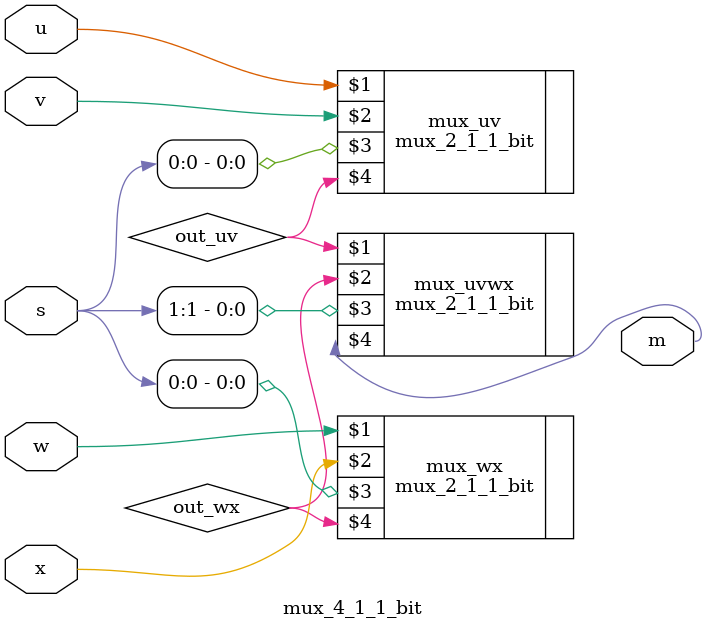
<source format=v>
module mux_4_1_1_bit (input u, v, w, x,
							input [1:0]s,
							output m);
								
		wire out_uv, out_wx;
		
		mux_2_1_1_bit mux_uv(u, v, s[0], out_uv);
		mux_2_1_1_bit mux_wx(w, x, s[0], out_wx);
		mux_2_1_1_bit mux_uvwx(out_uv, out_wx, s[1], m);
		
endmodule

		
</source>
